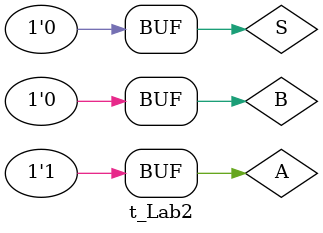
<source format=v>
`timescale 1ns/ 1ns // research this more
`include "Lab2.v"

module t_Lab2;

reg A;
reg B;
reg S;
wire Y;

Lab2 uut(A, B, S, Y);

    initial begin
        
        $dumpfile("t_Lab2.vcd");
        $dumpvars(0, t_Lab2);

        A = 0; 
        B = 1;
        S = 0;
        #20

        A = 1;
        B = 1; 
        S = 1;
        #40

        A = 1; 
        B = 0;
        S = 0;
        #20

        $display("Lab2 is complete");
    end

endmodule
</source>
